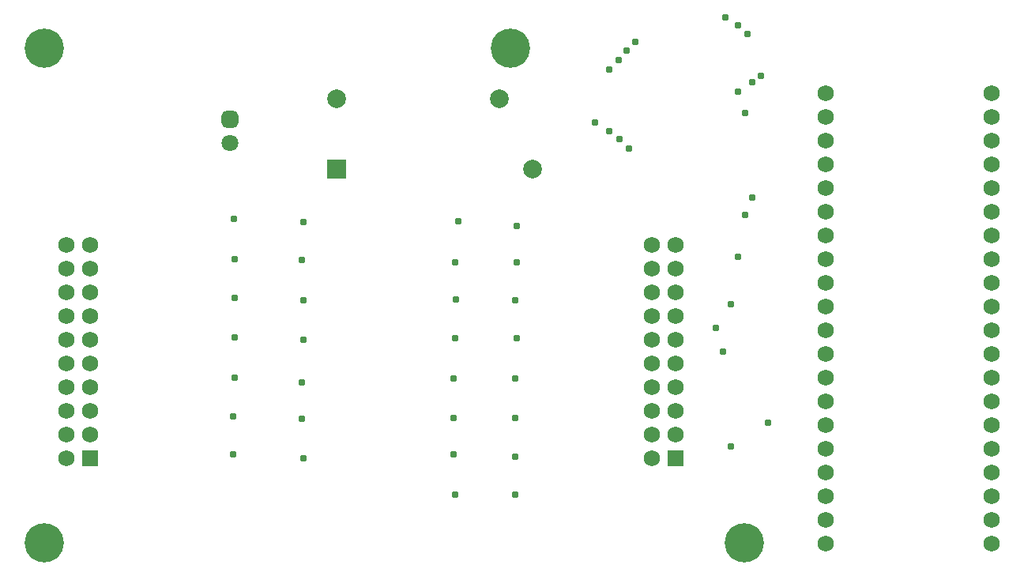
<source format=gbr>
G04*
G04 #@! TF.GenerationSoftware,Altium Limited,Altium Designer,23.9.2 (47)*
G04*
G04 Layer_Color=16711935*
%FSLAX25Y25*%
%MOIN*%
G70*
G04*
G04 #@! TF.SameCoordinates,7D7DC0CB-560A-4B43-BD03-011E7A05A225*
G04*
G04*
G04 #@! TF.FilePolarity,Negative*
G04*
G01*
G75*
%ADD23C,0.06800*%
%ADD24R,0.06850X0.06850*%
%ADD25C,0.06850*%
%ADD26C,0.07099*%
G04:AMPARAMS|DCode=27|XSize=70.99mil|YSize=70.99mil|CornerRadius=19.75mil|HoleSize=0mil|Usage=FLASHONLY|Rotation=270.000|XOffset=0mil|YOffset=0mil|HoleType=Round|Shape=RoundedRectangle|*
%AMROUNDEDRECTD27*
21,1,0.07099,0.03150,0,0,270.0*
21,1,0.03150,0.07099,0,0,270.0*
1,1,0.03950,-0.01575,-0.01575*
1,1,0.03950,-0.01575,0.01575*
1,1,0.03950,0.01575,0.01575*
1,1,0.03950,0.01575,-0.01575*
%
%ADD27ROUNDEDRECTD27*%
%ADD28C,0.07887*%
%ADD29R,0.07887X0.07887*%
%ADD30C,0.03100*%
%ADD31C,0.16548*%
D23*
X349500Y11500D02*
D03*
Y21500D02*
D03*
Y31500D02*
D03*
Y41500D02*
D03*
Y51500D02*
D03*
Y61500D02*
D03*
Y71500D02*
D03*
Y81500D02*
D03*
Y91500D02*
D03*
Y101500D02*
D03*
Y111500D02*
D03*
Y121500D02*
D03*
Y131500D02*
D03*
Y141500D02*
D03*
Y151500D02*
D03*
Y161500D02*
D03*
Y171500D02*
D03*
Y181500D02*
D03*
Y191500D02*
D03*
Y201500D02*
D03*
X419500D02*
D03*
Y191500D02*
D03*
Y181500D02*
D03*
Y171500D02*
D03*
Y161500D02*
D03*
Y151500D02*
D03*
Y141500D02*
D03*
Y131500D02*
D03*
Y121500D02*
D03*
Y111500D02*
D03*
Y101500D02*
D03*
Y91500D02*
D03*
Y81500D02*
D03*
Y71500D02*
D03*
Y61500D02*
D03*
Y51500D02*
D03*
Y41500D02*
D03*
Y31500D02*
D03*
Y21500D02*
D03*
Y11500D02*
D03*
D24*
X39000Y47500D02*
D03*
X286000D02*
D03*
D25*
X39000Y57500D02*
D03*
Y67500D02*
D03*
Y77500D02*
D03*
Y87500D02*
D03*
Y97500D02*
D03*
Y107500D02*
D03*
Y117500D02*
D03*
Y127500D02*
D03*
Y137500D02*
D03*
X29000Y47500D02*
D03*
Y57500D02*
D03*
Y67500D02*
D03*
Y77500D02*
D03*
Y87500D02*
D03*
Y97500D02*
D03*
Y107500D02*
D03*
Y117500D02*
D03*
Y127500D02*
D03*
Y137500D02*
D03*
X276000D02*
D03*
Y127500D02*
D03*
Y117500D02*
D03*
Y107500D02*
D03*
Y97500D02*
D03*
Y87500D02*
D03*
Y77500D02*
D03*
Y67500D02*
D03*
Y57500D02*
D03*
Y47500D02*
D03*
X286000Y137500D02*
D03*
Y127500D02*
D03*
Y117500D02*
D03*
Y107500D02*
D03*
Y97500D02*
D03*
Y87500D02*
D03*
Y77500D02*
D03*
Y67500D02*
D03*
Y57500D02*
D03*
D26*
X98000Y180500D02*
D03*
D27*
Y190500D02*
D03*
D28*
X211898Y199028D02*
D03*
X143000D02*
D03*
X225677Y169500D02*
D03*
D29*
X143000D02*
D03*
D30*
X99500Y49000D02*
D03*
Y65000D02*
D03*
X128500Y79500D02*
D03*
X100000Y81500D02*
D03*
Y98500D02*
D03*
Y115000D02*
D03*
Y131500D02*
D03*
X99850Y148500D02*
D03*
X193000Y32000D02*
D03*
X218500D02*
D03*
X129000Y47500D02*
D03*
X218500Y48000D02*
D03*
X192500Y49000D02*
D03*
X128500Y64000D02*
D03*
X192500Y64500D02*
D03*
X218500D02*
D03*
X192500Y81000D02*
D03*
X218500D02*
D03*
X129000Y97500D02*
D03*
X193000Y98000D02*
D03*
X219000D02*
D03*
X129000Y114000D02*
D03*
X218500D02*
D03*
X193500Y114500D02*
D03*
X219000Y130000D02*
D03*
X128500Y131000D02*
D03*
X219000Y145500D02*
D03*
X129000Y147000D02*
D03*
X194500Y147500D02*
D03*
X262500Y182000D02*
D03*
X258000Y185500D02*
D03*
X252000Y189000D02*
D03*
X309500Y52500D02*
D03*
X306000Y92500D02*
D03*
X303000Y102425D02*
D03*
X309500Y112500D02*
D03*
X312500Y132500D02*
D03*
X266500Y178000D02*
D03*
X315500Y193000D02*
D03*
X312500Y202000D02*
D03*
X265500Y219500D02*
D03*
X269000Y223000D02*
D03*
X312500Y230000D02*
D03*
X307000Y233500D02*
D03*
X325000Y62425D02*
D03*
X315500Y150000D02*
D03*
X316500Y226500D02*
D03*
X318500Y157500D02*
D03*
Y206000D02*
D03*
X322000Y208650D02*
D03*
X193000Y130000D02*
D03*
X258000Y211500D02*
D03*
X262000Y215500D02*
D03*
D31*
X19685Y220472D02*
D03*
X216535Y220472D02*
D03*
X314961Y11811D02*
D03*
X19685Y11811D02*
D03*
M02*

</source>
